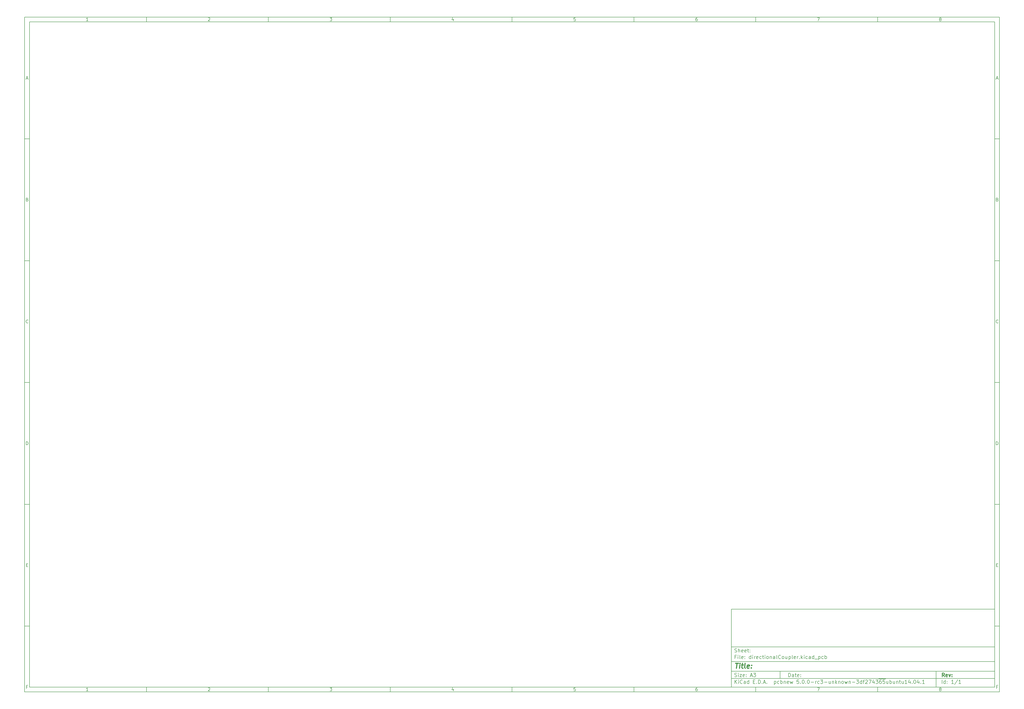
<source format=gbr>
G04 #@! TF.GenerationSoftware,KiCad,Pcbnew,5.0.0-rc3-unknown-3df2743~65~ubuntu14.04.1*
G04 #@! TF.CreationDate,2018-07-06T17:22:35-07:00*
G04 #@! TF.ProjectId,directionalCoupler,646972656374696F6E616C436F75706C,rev?*
G04 #@! TF.SameCoordinates,Original*
G04 #@! TF.FileFunction,Legend,Bot*
G04 #@! TF.FilePolarity,Positive*
%FSLAX46Y46*%
G04 Gerber Fmt 4.6, Leading zero omitted, Abs format (unit mm)*
G04 Created by KiCad (PCBNEW 5.0.0-rc3-unknown-3df2743~65~ubuntu14.04.1) date Fri Jul  6 17:22:35 2018*
%MOMM*%
%LPD*%
G01*
G04 APERTURE LIST*
%ADD10C,0.100000*%
%ADD11C,0.150000*%
%ADD12C,0.300000*%
%ADD13C,0.400000*%
G04 APERTURE END LIST*
D10*
D11*
X299989000Y-253002200D02*
X299989000Y-285002200D01*
X407989000Y-285002200D01*
X407989000Y-253002200D01*
X299989000Y-253002200D01*
D10*
D11*
X10000000Y-10000000D02*
X10000000Y-287002200D01*
X409989000Y-287002200D01*
X409989000Y-10000000D01*
X10000000Y-10000000D01*
D10*
D11*
X12000000Y-12000000D02*
X12000000Y-285002200D01*
X407989000Y-285002200D01*
X407989000Y-12000000D01*
X12000000Y-12000000D01*
D10*
D11*
X60000000Y-12000000D02*
X60000000Y-10000000D01*
D10*
D11*
X110000000Y-12000000D02*
X110000000Y-10000000D01*
D10*
D11*
X160000000Y-12000000D02*
X160000000Y-10000000D01*
D10*
D11*
X210000000Y-12000000D02*
X210000000Y-10000000D01*
D10*
D11*
X260000000Y-12000000D02*
X260000000Y-10000000D01*
D10*
D11*
X310000000Y-12000000D02*
X310000000Y-10000000D01*
D10*
D11*
X360000000Y-12000000D02*
X360000000Y-10000000D01*
D10*
D11*
X36065476Y-11588095D02*
X35322619Y-11588095D01*
X35694047Y-11588095D02*
X35694047Y-10288095D01*
X35570238Y-10473809D01*
X35446428Y-10597619D01*
X35322619Y-10659523D01*
D10*
D11*
X85322619Y-10411904D02*
X85384523Y-10350000D01*
X85508333Y-10288095D01*
X85817857Y-10288095D01*
X85941666Y-10350000D01*
X86003571Y-10411904D01*
X86065476Y-10535714D01*
X86065476Y-10659523D01*
X86003571Y-10845238D01*
X85260714Y-11588095D01*
X86065476Y-11588095D01*
D10*
D11*
X135260714Y-10288095D02*
X136065476Y-10288095D01*
X135632142Y-10783333D01*
X135817857Y-10783333D01*
X135941666Y-10845238D01*
X136003571Y-10907142D01*
X136065476Y-11030952D01*
X136065476Y-11340476D01*
X136003571Y-11464285D01*
X135941666Y-11526190D01*
X135817857Y-11588095D01*
X135446428Y-11588095D01*
X135322619Y-11526190D01*
X135260714Y-11464285D01*
D10*
D11*
X185941666Y-10721428D02*
X185941666Y-11588095D01*
X185632142Y-10226190D02*
X185322619Y-11154761D01*
X186127380Y-11154761D01*
D10*
D11*
X236003571Y-10288095D02*
X235384523Y-10288095D01*
X235322619Y-10907142D01*
X235384523Y-10845238D01*
X235508333Y-10783333D01*
X235817857Y-10783333D01*
X235941666Y-10845238D01*
X236003571Y-10907142D01*
X236065476Y-11030952D01*
X236065476Y-11340476D01*
X236003571Y-11464285D01*
X235941666Y-11526190D01*
X235817857Y-11588095D01*
X235508333Y-11588095D01*
X235384523Y-11526190D01*
X235322619Y-11464285D01*
D10*
D11*
X285941666Y-10288095D02*
X285694047Y-10288095D01*
X285570238Y-10350000D01*
X285508333Y-10411904D01*
X285384523Y-10597619D01*
X285322619Y-10845238D01*
X285322619Y-11340476D01*
X285384523Y-11464285D01*
X285446428Y-11526190D01*
X285570238Y-11588095D01*
X285817857Y-11588095D01*
X285941666Y-11526190D01*
X286003571Y-11464285D01*
X286065476Y-11340476D01*
X286065476Y-11030952D01*
X286003571Y-10907142D01*
X285941666Y-10845238D01*
X285817857Y-10783333D01*
X285570238Y-10783333D01*
X285446428Y-10845238D01*
X285384523Y-10907142D01*
X285322619Y-11030952D01*
D10*
D11*
X335260714Y-10288095D02*
X336127380Y-10288095D01*
X335570238Y-11588095D01*
D10*
D11*
X385570238Y-10845238D02*
X385446428Y-10783333D01*
X385384523Y-10721428D01*
X385322619Y-10597619D01*
X385322619Y-10535714D01*
X385384523Y-10411904D01*
X385446428Y-10350000D01*
X385570238Y-10288095D01*
X385817857Y-10288095D01*
X385941666Y-10350000D01*
X386003571Y-10411904D01*
X386065476Y-10535714D01*
X386065476Y-10597619D01*
X386003571Y-10721428D01*
X385941666Y-10783333D01*
X385817857Y-10845238D01*
X385570238Y-10845238D01*
X385446428Y-10907142D01*
X385384523Y-10969047D01*
X385322619Y-11092857D01*
X385322619Y-11340476D01*
X385384523Y-11464285D01*
X385446428Y-11526190D01*
X385570238Y-11588095D01*
X385817857Y-11588095D01*
X385941666Y-11526190D01*
X386003571Y-11464285D01*
X386065476Y-11340476D01*
X386065476Y-11092857D01*
X386003571Y-10969047D01*
X385941666Y-10907142D01*
X385817857Y-10845238D01*
D10*
D11*
X60000000Y-285002200D02*
X60000000Y-287002200D01*
D10*
D11*
X110000000Y-285002200D02*
X110000000Y-287002200D01*
D10*
D11*
X160000000Y-285002200D02*
X160000000Y-287002200D01*
D10*
D11*
X210000000Y-285002200D02*
X210000000Y-287002200D01*
D10*
D11*
X260000000Y-285002200D02*
X260000000Y-287002200D01*
D10*
D11*
X310000000Y-285002200D02*
X310000000Y-287002200D01*
D10*
D11*
X360000000Y-285002200D02*
X360000000Y-287002200D01*
D10*
D11*
X36065476Y-286590295D02*
X35322619Y-286590295D01*
X35694047Y-286590295D02*
X35694047Y-285290295D01*
X35570238Y-285476009D01*
X35446428Y-285599819D01*
X35322619Y-285661723D01*
D10*
D11*
X85322619Y-285414104D02*
X85384523Y-285352200D01*
X85508333Y-285290295D01*
X85817857Y-285290295D01*
X85941666Y-285352200D01*
X86003571Y-285414104D01*
X86065476Y-285537914D01*
X86065476Y-285661723D01*
X86003571Y-285847438D01*
X85260714Y-286590295D01*
X86065476Y-286590295D01*
D10*
D11*
X135260714Y-285290295D02*
X136065476Y-285290295D01*
X135632142Y-285785533D01*
X135817857Y-285785533D01*
X135941666Y-285847438D01*
X136003571Y-285909342D01*
X136065476Y-286033152D01*
X136065476Y-286342676D01*
X136003571Y-286466485D01*
X135941666Y-286528390D01*
X135817857Y-286590295D01*
X135446428Y-286590295D01*
X135322619Y-286528390D01*
X135260714Y-286466485D01*
D10*
D11*
X185941666Y-285723628D02*
X185941666Y-286590295D01*
X185632142Y-285228390D02*
X185322619Y-286156961D01*
X186127380Y-286156961D01*
D10*
D11*
X236003571Y-285290295D02*
X235384523Y-285290295D01*
X235322619Y-285909342D01*
X235384523Y-285847438D01*
X235508333Y-285785533D01*
X235817857Y-285785533D01*
X235941666Y-285847438D01*
X236003571Y-285909342D01*
X236065476Y-286033152D01*
X236065476Y-286342676D01*
X236003571Y-286466485D01*
X235941666Y-286528390D01*
X235817857Y-286590295D01*
X235508333Y-286590295D01*
X235384523Y-286528390D01*
X235322619Y-286466485D01*
D10*
D11*
X285941666Y-285290295D02*
X285694047Y-285290295D01*
X285570238Y-285352200D01*
X285508333Y-285414104D01*
X285384523Y-285599819D01*
X285322619Y-285847438D01*
X285322619Y-286342676D01*
X285384523Y-286466485D01*
X285446428Y-286528390D01*
X285570238Y-286590295D01*
X285817857Y-286590295D01*
X285941666Y-286528390D01*
X286003571Y-286466485D01*
X286065476Y-286342676D01*
X286065476Y-286033152D01*
X286003571Y-285909342D01*
X285941666Y-285847438D01*
X285817857Y-285785533D01*
X285570238Y-285785533D01*
X285446428Y-285847438D01*
X285384523Y-285909342D01*
X285322619Y-286033152D01*
D10*
D11*
X335260714Y-285290295D02*
X336127380Y-285290295D01*
X335570238Y-286590295D01*
D10*
D11*
X385570238Y-285847438D02*
X385446428Y-285785533D01*
X385384523Y-285723628D01*
X385322619Y-285599819D01*
X385322619Y-285537914D01*
X385384523Y-285414104D01*
X385446428Y-285352200D01*
X385570238Y-285290295D01*
X385817857Y-285290295D01*
X385941666Y-285352200D01*
X386003571Y-285414104D01*
X386065476Y-285537914D01*
X386065476Y-285599819D01*
X386003571Y-285723628D01*
X385941666Y-285785533D01*
X385817857Y-285847438D01*
X385570238Y-285847438D01*
X385446428Y-285909342D01*
X385384523Y-285971247D01*
X385322619Y-286095057D01*
X385322619Y-286342676D01*
X385384523Y-286466485D01*
X385446428Y-286528390D01*
X385570238Y-286590295D01*
X385817857Y-286590295D01*
X385941666Y-286528390D01*
X386003571Y-286466485D01*
X386065476Y-286342676D01*
X386065476Y-286095057D01*
X386003571Y-285971247D01*
X385941666Y-285909342D01*
X385817857Y-285847438D01*
D10*
D11*
X10000000Y-60000000D02*
X12000000Y-60000000D01*
D10*
D11*
X10000000Y-110000000D02*
X12000000Y-110000000D01*
D10*
D11*
X10000000Y-160000000D02*
X12000000Y-160000000D01*
D10*
D11*
X10000000Y-210000000D02*
X12000000Y-210000000D01*
D10*
D11*
X10000000Y-260000000D02*
X12000000Y-260000000D01*
D10*
D11*
X10690476Y-35216666D02*
X11309523Y-35216666D01*
X10566666Y-35588095D02*
X11000000Y-34288095D01*
X11433333Y-35588095D01*
D10*
D11*
X11092857Y-84907142D02*
X11278571Y-84969047D01*
X11340476Y-85030952D01*
X11402380Y-85154761D01*
X11402380Y-85340476D01*
X11340476Y-85464285D01*
X11278571Y-85526190D01*
X11154761Y-85588095D01*
X10659523Y-85588095D01*
X10659523Y-84288095D01*
X11092857Y-84288095D01*
X11216666Y-84350000D01*
X11278571Y-84411904D01*
X11340476Y-84535714D01*
X11340476Y-84659523D01*
X11278571Y-84783333D01*
X11216666Y-84845238D01*
X11092857Y-84907142D01*
X10659523Y-84907142D01*
D10*
D11*
X11402380Y-135464285D02*
X11340476Y-135526190D01*
X11154761Y-135588095D01*
X11030952Y-135588095D01*
X10845238Y-135526190D01*
X10721428Y-135402380D01*
X10659523Y-135278571D01*
X10597619Y-135030952D01*
X10597619Y-134845238D01*
X10659523Y-134597619D01*
X10721428Y-134473809D01*
X10845238Y-134350000D01*
X11030952Y-134288095D01*
X11154761Y-134288095D01*
X11340476Y-134350000D01*
X11402380Y-134411904D01*
D10*
D11*
X10659523Y-185588095D02*
X10659523Y-184288095D01*
X10969047Y-184288095D01*
X11154761Y-184350000D01*
X11278571Y-184473809D01*
X11340476Y-184597619D01*
X11402380Y-184845238D01*
X11402380Y-185030952D01*
X11340476Y-185278571D01*
X11278571Y-185402380D01*
X11154761Y-185526190D01*
X10969047Y-185588095D01*
X10659523Y-185588095D01*
D10*
D11*
X10721428Y-234907142D02*
X11154761Y-234907142D01*
X11340476Y-235588095D02*
X10721428Y-235588095D01*
X10721428Y-234288095D01*
X11340476Y-234288095D01*
D10*
D11*
X11185714Y-284907142D02*
X10752380Y-284907142D01*
X10752380Y-285588095D02*
X10752380Y-284288095D01*
X11371428Y-284288095D01*
D10*
D11*
X409989000Y-60000000D02*
X407989000Y-60000000D01*
D10*
D11*
X409989000Y-110000000D02*
X407989000Y-110000000D01*
D10*
D11*
X409989000Y-160000000D02*
X407989000Y-160000000D01*
D10*
D11*
X409989000Y-210000000D02*
X407989000Y-210000000D01*
D10*
D11*
X409989000Y-260000000D02*
X407989000Y-260000000D01*
D10*
D11*
X408679476Y-35216666D02*
X409298523Y-35216666D01*
X408555666Y-35588095D02*
X408989000Y-34288095D01*
X409422333Y-35588095D01*
D10*
D11*
X409081857Y-84907142D02*
X409267571Y-84969047D01*
X409329476Y-85030952D01*
X409391380Y-85154761D01*
X409391380Y-85340476D01*
X409329476Y-85464285D01*
X409267571Y-85526190D01*
X409143761Y-85588095D01*
X408648523Y-85588095D01*
X408648523Y-84288095D01*
X409081857Y-84288095D01*
X409205666Y-84350000D01*
X409267571Y-84411904D01*
X409329476Y-84535714D01*
X409329476Y-84659523D01*
X409267571Y-84783333D01*
X409205666Y-84845238D01*
X409081857Y-84907142D01*
X408648523Y-84907142D01*
D10*
D11*
X409391380Y-135464285D02*
X409329476Y-135526190D01*
X409143761Y-135588095D01*
X409019952Y-135588095D01*
X408834238Y-135526190D01*
X408710428Y-135402380D01*
X408648523Y-135278571D01*
X408586619Y-135030952D01*
X408586619Y-134845238D01*
X408648523Y-134597619D01*
X408710428Y-134473809D01*
X408834238Y-134350000D01*
X409019952Y-134288095D01*
X409143761Y-134288095D01*
X409329476Y-134350000D01*
X409391380Y-134411904D01*
D10*
D11*
X408648523Y-185588095D02*
X408648523Y-184288095D01*
X408958047Y-184288095D01*
X409143761Y-184350000D01*
X409267571Y-184473809D01*
X409329476Y-184597619D01*
X409391380Y-184845238D01*
X409391380Y-185030952D01*
X409329476Y-185278571D01*
X409267571Y-185402380D01*
X409143761Y-185526190D01*
X408958047Y-185588095D01*
X408648523Y-185588095D01*
D10*
D11*
X408710428Y-234907142D02*
X409143761Y-234907142D01*
X409329476Y-235588095D02*
X408710428Y-235588095D01*
X408710428Y-234288095D01*
X409329476Y-234288095D01*
D10*
D11*
X409174714Y-284907142D02*
X408741380Y-284907142D01*
X408741380Y-285588095D02*
X408741380Y-284288095D01*
X409360428Y-284288095D01*
D10*
D11*
X323421142Y-280780771D02*
X323421142Y-279280771D01*
X323778285Y-279280771D01*
X323992571Y-279352200D01*
X324135428Y-279495057D01*
X324206857Y-279637914D01*
X324278285Y-279923628D01*
X324278285Y-280137914D01*
X324206857Y-280423628D01*
X324135428Y-280566485D01*
X323992571Y-280709342D01*
X323778285Y-280780771D01*
X323421142Y-280780771D01*
X325564000Y-280780771D02*
X325564000Y-279995057D01*
X325492571Y-279852200D01*
X325349714Y-279780771D01*
X325064000Y-279780771D01*
X324921142Y-279852200D01*
X325564000Y-280709342D02*
X325421142Y-280780771D01*
X325064000Y-280780771D01*
X324921142Y-280709342D01*
X324849714Y-280566485D01*
X324849714Y-280423628D01*
X324921142Y-280280771D01*
X325064000Y-280209342D01*
X325421142Y-280209342D01*
X325564000Y-280137914D01*
X326064000Y-279780771D02*
X326635428Y-279780771D01*
X326278285Y-279280771D02*
X326278285Y-280566485D01*
X326349714Y-280709342D01*
X326492571Y-280780771D01*
X326635428Y-280780771D01*
X327706857Y-280709342D02*
X327564000Y-280780771D01*
X327278285Y-280780771D01*
X327135428Y-280709342D01*
X327064000Y-280566485D01*
X327064000Y-279995057D01*
X327135428Y-279852200D01*
X327278285Y-279780771D01*
X327564000Y-279780771D01*
X327706857Y-279852200D01*
X327778285Y-279995057D01*
X327778285Y-280137914D01*
X327064000Y-280280771D01*
X328421142Y-280637914D02*
X328492571Y-280709342D01*
X328421142Y-280780771D01*
X328349714Y-280709342D01*
X328421142Y-280637914D01*
X328421142Y-280780771D01*
X328421142Y-279852200D02*
X328492571Y-279923628D01*
X328421142Y-279995057D01*
X328349714Y-279923628D01*
X328421142Y-279852200D01*
X328421142Y-279995057D01*
D10*
D11*
X299989000Y-281502200D02*
X407989000Y-281502200D01*
D10*
D11*
X301421142Y-283580771D02*
X301421142Y-282080771D01*
X302278285Y-283580771D02*
X301635428Y-282723628D01*
X302278285Y-282080771D02*
X301421142Y-282937914D01*
X302921142Y-283580771D02*
X302921142Y-282580771D01*
X302921142Y-282080771D02*
X302849714Y-282152200D01*
X302921142Y-282223628D01*
X302992571Y-282152200D01*
X302921142Y-282080771D01*
X302921142Y-282223628D01*
X304492571Y-283437914D02*
X304421142Y-283509342D01*
X304206857Y-283580771D01*
X304064000Y-283580771D01*
X303849714Y-283509342D01*
X303706857Y-283366485D01*
X303635428Y-283223628D01*
X303564000Y-282937914D01*
X303564000Y-282723628D01*
X303635428Y-282437914D01*
X303706857Y-282295057D01*
X303849714Y-282152200D01*
X304064000Y-282080771D01*
X304206857Y-282080771D01*
X304421142Y-282152200D01*
X304492571Y-282223628D01*
X305778285Y-283580771D02*
X305778285Y-282795057D01*
X305706857Y-282652200D01*
X305564000Y-282580771D01*
X305278285Y-282580771D01*
X305135428Y-282652200D01*
X305778285Y-283509342D02*
X305635428Y-283580771D01*
X305278285Y-283580771D01*
X305135428Y-283509342D01*
X305064000Y-283366485D01*
X305064000Y-283223628D01*
X305135428Y-283080771D01*
X305278285Y-283009342D01*
X305635428Y-283009342D01*
X305778285Y-282937914D01*
X307135428Y-283580771D02*
X307135428Y-282080771D01*
X307135428Y-283509342D02*
X306992571Y-283580771D01*
X306706857Y-283580771D01*
X306564000Y-283509342D01*
X306492571Y-283437914D01*
X306421142Y-283295057D01*
X306421142Y-282866485D01*
X306492571Y-282723628D01*
X306564000Y-282652200D01*
X306706857Y-282580771D01*
X306992571Y-282580771D01*
X307135428Y-282652200D01*
X308992571Y-282795057D02*
X309492571Y-282795057D01*
X309706857Y-283580771D02*
X308992571Y-283580771D01*
X308992571Y-282080771D01*
X309706857Y-282080771D01*
X310349714Y-283437914D02*
X310421142Y-283509342D01*
X310349714Y-283580771D01*
X310278285Y-283509342D01*
X310349714Y-283437914D01*
X310349714Y-283580771D01*
X311064000Y-283580771D02*
X311064000Y-282080771D01*
X311421142Y-282080771D01*
X311635428Y-282152200D01*
X311778285Y-282295057D01*
X311849714Y-282437914D01*
X311921142Y-282723628D01*
X311921142Y-282937914D01*
X311849714Y-283223628D01*
X311778285Y-283366485D01*
X311635428Y-283509342D01*
X311421142Y-283580771D01*
X311064000Y-283580771D01*
X312564000Y-283437914D02*
X312635428Y-283509342D01*
X312564000Y-283580771D01*
X312492571Y-283509342D01*
X312564000Y-283437914D01*
X312564000Y-283580771D01*
X313206857Y-283152200D02*
X313921142Y-283152200D01*
X313064000Y-283580771D02*
X313564000Y-282080771D01*
X314064000Y-283580771D01*
X314564000Y-283437914D02*
X314635428Y-283509342D01*
X314564000Y-283580771D01*
X314492571Y-283509342D01*
X314564000Y-283437914D01*
X314564000Y-283580771D01*
X317564000Y-282580771D02*
X317564000Y-284080771D01*
X317564000Y-282652200D02*
X317706857Y-282580771D01*
X317992571Y-282580771D01*
X318135428Y-282652200D01*
X318206857Y-282723628D01*
X318278285Y-282866485D01*
X318278285Y-283295057D01*
X318206857Y-283437914D01*
X318135428Y-283509342D01*
X317992571Y-283580771D01*
X317706857Y-283580771D01*
X317564000Y-283509342D01*
X319564000Y-283509342D02*
X319421142Y-283580771D01*
X319135428Y-283580771D01*
X318992571Y-283509342D01*
X318921142Y-283437914D01*
X318849714Y-283295057D01*
X318849714Y-282866485D01*
X318921142Y-282723628D01*
X318992571Y-282652200D01*
X319135428Y-282580771D01*
X319421142Y-282580771D01*
X319564000Y-282652200D01*
X320206857Y-283580771D02*
X320206857Y-282080771D01*
X320206857Y-282652200D02*
X320349714Y-282580771D01*
X320635428Y-282580771D01*
X320778285Y-282652200D01*
X320849714Y-282723628D01*
X320921142Y-282866485D01*
X320921142Y-283295057D01*
X320849714Y-283437914D01*
X320778285Y-283509342D01*
X320635428Y-283580771D01*
X320349714Y-283580771D01*
X320206857Y-283509342D01*
X321564000Y-282580771D02*
X321564000Y-283580771D01*
X321564000Y-282723628D02*
X321635428Y-282652200D01*
X321778285Y-282580771D01*
X321992571Y-282580771D01*
X322135428Y-282652200D01*
X322206857Y-282795057D01*
X322206857Y-283580771D01*
X323492571Y-283509342D02*
X323349714Y-283580771D01*
X323064000Y-283580771D01*
X322921142Y-283509342D01*
X322849714Y-283366485D01*
X322849714Y-282795057D01*
X322921142Y-282652200D01*
X323064000Y-282580771D01*
X323349714Y-282580771D01*
X323492571Y-282652200D01*
X323564000Y-282795057D01*
X323564000Y-282937914D01*
X322849714Y-283080771D01*
X324064000Y-282580771D02*
X324349714Y-283580771D01*
X324635428Y-282866485D01*
X324921142Y-283580771D01*
X325206857Y-282580771D01*
X327635428Y-282080771D02*
X326921142Y-282080771D01*
X326849714Y-282795057D01*
X326921142Y-282723628D01*
X327064000Y-282652200D01*
X327421142Y-282652200D01*
X327564000Y-282723628D01*
X327635428Y-282795057D01*
X327706857Y-282937914D01*
X327706857Y-283295057D01*
X327635428Y-283437914D01*
X327564000Y-283509342D01*
X327421142Y-283580771D01*
X327064000Y-283580771D01*
X326921142Y-283509342D01*
X326849714Y-283437914D01*
X328349714Y-283437914D02*
X328421142Y-283509342D01*
X328349714Y-283580771D01*
X328278285Y-283509342D01*
X328349714Y-283437914D01*
X328349714Y-283580771D01*
X329349714Y-282080771D02*
X329492571Y-282080771D01*
X329635428Y-282152200D01*
X329706857Y-282223628D01*
X329778285Y-282366485D01*
X329849714Y-282652200D01*
X329849714Y-283009342D01*
X329778285Y-283295057D01*
X329706857Y-283437914D01*
X329635428Y-283509342D01*
X329492571Y-283580771D01*
X329349714Y-283580771D01*
X329206857Y-283509342D01*
X329135428Y-283437914D01*
X329064000Y-283295057D01*
X328992571Y-283009342D01*
X328992571Y-282652200D01*
X329064000Y-282366485D01*
X329135428Y-282223628D01*
X329206857Y-282152200D01*
X329349714Y-282080771D01*
X330492571Y-283437914D02*
X330564000Y-283509342D01*
X330492571Y-283580771D01*
X330421142Y-283509342D01*
X330492571Y-283437914D01*
X330492571Y-283580771D01*
X331492571Y-282080771D02*
X331635428Y-282080771D01*
X331778285Y-282152200D01*
X331849714Y-282223628D01*
X331921142Y-282366485D01*
X331992571Y-282652200D01*
X331992571Y-283009342D01*
X331921142Y-283295057D01*
X331849714Y-283437914D01*
X331778285Y-283509342D01*
X331635428Y-283580771D01*
X331492571Y-283580771D01*
X331349714Y-283509342D01*
X331278285Y-283437914D01*
X331206857Y-283295057D01*
X331135428Y-283009342D01*
X331135428Y-282652200D01*
X331206857Y-282366485D01*
X331278285Y-282223628D01*
X331349714Y-282152200D01*
X331492571Y-282080771D01*
X332635428Y-283009342D02*
X333778285Y-283009342D01*
X334492571Y-283580771D02*
X334492571Y-282580771D01*
X334492571Y-282866485D02*
X334564000Y-282723628D01*
X334635428Y-282652200D01*
X334778285Y-282580771D01*
X334921142Y-282580771D01*
X336064000Y-283509342D02*
X335921142Y-283580771D01*
X335635428Y-283580771D01*
X335492571Y-283509342D01*
X335421142Y-283437914D01*
X335349714Y-283295057D01*
X335349714Y-282866485D01*
X335421142Y-282723628D01*
X335492571Y-282652200D01*
X335635428Y-282580771D01*
X335921142Y-282580771D01*
X336064000Y-282652200D01*
X336564000Y-282080771D02*
X337492571Y-282080771D01*
X336992571Y-282652200D01*
X337206857Y-282652200D01*
X337349714Y-282723628D01*
X337421142Y-282795057D01*
X337492571Y-282937914D01*
X337492571Y-283295057D01*
X337421142Y-283437914D01*
X337349714Y-283509342D01*
X337206857Y-283580771D01*
X336778285Y-283580771D01*
X336635428Y-283509342D01*
X336564000Y-283437914D01*
X338135428Y-283009342D02*
X339278285Y-283009342D01*
X340635428Y-282580771D02*
X340635428Y-283580771D01*
X339992571Y-282580771D02*
X339992571Y-283366485D01*
X340064000Y-283509342D01*
X340206857Y-283580771D01*
X340421142Y-283580771D01*
X340564000Y-283509342D01*
X340635428Y-283437914D01*
X341349714Y-282580771D02*
X341349714Y-283580771D01*
X341349714Y-282723628D02*
X341421142Y-282652200D01*
X341564000Y-282580771D01*
X341778285Y-282580771D01*
X341921142Y-282652200D01*
X341992571Y-282795057D01*
X341992571Y-283580771D01*
X342706857Y-283580771D02*
X342706857Y-282080771D01*
X342849714Y-283009342D02*
X343278285Y-283580771D01*
X343278285Y-282580771D02*
X342706857Y-283152200D01*
X343921142Y-282580771D02*
X343921142Y-283580771D01*
X343921142Y-282723628D02*
X343992571Y-282652200D01*
X344135428Y-282580771D01*
X344349714Y-282580771D01*
X344492571Y-282652200D01*
X344564000Y-282795057D01*
X344564000Y-283580771D01*
X345492571Y-283580771D02*
X345349714Y-283509342D01*
X345278285Y-283437914D01*
X345206857Y-283295057D01*
X345206857Y-282866485D01*
X345278285Y-282723628D01*
X345349714Y-282652200D01*
X345492571Y-282580771D01*
X345706857Y-282580771D01*
X345849714Y-282652200D01*
X345921142Y-282723628D01*
X345992571Y-282866485D01*
X345992571Y-283295057D01*
X345921142Y-283437914D01*
X345849714Y-283509342D01*
X345706857Y-283580771D01*
X345492571Y-283580771D01*
X346492571Y-282580771D02*
X346778285Y-283580771D01*
X347064000Y-282866485D01*
X347349714Y-283580771D01*
X347635428Y-282580771D01*
X348206857Y-282580771D02*
X348206857Y-283580771D01*
X348206857Y-282723628D02*
X348278285Y-282652200D01*
X348421142Y-282580771D01*
X348635428Y-282580771D01*
X348778285Y-282652200D01*
X348849714Y-282795057D01*
X348849714Y-283580771D01*
X349564000Y-283009342D02*
X350706857Y-283009342D01*
X351278285Y-282080771D02*
X352206857Y-282080771D01*
X351706857Y-282652200D01*
X351921142Y-282652200D01*
X352064000Y-282723628D01*
X352135428Y-282795057D01*
X352206857Y-282937914D01*
X352206857Y-283295057D01*
X352135428Y-283437914D01*
X352064000Y-283509342D01*
X351921142Y-283580771D01*
X351492571Y-283580771D01*
X351349714Y-283509342D01*
X351278285Y-283437914D01*
X353492571Y-283580771D02*
X353492571Y-282080771D01*
X353492571Y-283509342D02*
X353349714Y-283580771D01*
X353064000Y-283580771D01*
X352921142Y-283509342D01*
X352849714Y-283437914D01*
X352778285Y-283295057D01*
X352778285Y-282866485D01*
X352849714Y-282723628D01*
X352921142Y-282652200D01*
X353064000Y-282580771D01*
X353349714Y-282580771D01*
X353492571Y-282652200D01*
X353992571Y-282580771D02*
X354564000Y-282580771D01*
X354206857Y-283580771D02*
X354206857Y-282295057D01*
X354278285Y-282152200D01*
X354421142Y-282080771D01*
X354564000Y-282080771D01*
X354992571Y-282223628D02*
X355064000Y-282152200D01*
X355206857Y-282080771D01*
X355564000Y-282080771D01*
X355706857Y-282152200D01*
X355778285Y-282223628D01*
X355849714Y-282366485D01*
X355849714Y-282509342D01*
X355778285Y-282723628D01*
X354921142Y-283580771D01*
X355849714Y-283580771D01*
X356349714Y-282080771D02*
X357349714Y-282080771D01*
X356706857Y-283580771D01*
X358564000Y-282580771D02*
X358564000Y-283580771D01*
X358206857Y-282009342D02*
X357849714Y-283080771D01*
X358778285Y-283080771D01*
X359206857Y-282080771D02*
X360135428Y-282080771D01*
X359635428Y-282652200D01*
X359849714Y-282652200D01*
X359992571Y-282723628D01*
X360064000Y-282795057D01*
X360135428Y-282937914D01*
X360135428Y-283295057D01*
X360064000Y-283437914D01*
X359992571Y-283509342D01*
X359849714Y-283580771D01*
X359421142Y-283580771D01*
X359278285Y-283509342D01*
X359206857Y-283437914D01*
X360421142Y-281672200D02*
X361849714Y-281672200D01*
X361421142Y-282080771D02*
X361135428Y-282080771D01*
X360992571Y-282152200D01*
X360921142Y-282223628D01*
X360778285Y-282437914D01*
X360706857Y-282723628D01*
X360706857Y-283295057D01*
X360778285Y-283437914D01*
X360849714Y-283509342D01*
X360992571Y-283580771D01*
X361278285Y-283580771D01*
X361421142Y-283509342D01*
X361492571Y-283437914D01*
X361564000Y-283295057D01*
X361564000Y-282937914D01*
X361492571Y-282795057D01*
X361421142Y-282723628D01*
X361278285Y-282652200D01*
X360992571Y-282652200D01*
X360849714Y-282723628D01*
X360778285Y-282795057D01*
X360706857Y-282937914D01*
X361849714Y-281672200D02*
X363278285Y-281672200D01*
X362921142Y-282080771D02*
X362206857Y-282080771D01*
X362135428Y-282795057D01*
X362206857Y-282723628D01*
X362349714Y-282652200D01*
X362706857Y-282652200D01*
X362849714Y-282723628D01*
X362921142Y-282795057D01*
X362992571Y-282937914D01*
X362992571Y-283295057D01*
X362921142Y-283437914D01*
X362849714Y-283509342D01*
X362706857Y-283580771D01*
X362349714Y-283580771D01*
X362206857Y-283509342D01*
X362135428Y-283437914D01*
X364278285Y-282580771D02*
X364278285Y-283580771D01*
X363635428Y-282580771D02*
X363635428Y-283366485D01*
X363706857Y-283509342D01*
X363849714Y-283580771D01*
X364064000Y-283580771D01*
X364206857Y-283509342D01*
X364278285Y-283437914D01*
X364992571Y-283580771D02*
X364992571Y-282080771D01*
X364992571Y-282652200D02*
X365135428Y-282580771D01*
X365421142Y-282580771D01*
X365564000Y-282652200D01*
X365635428Y-282723628D01*
X365706857Y-282866485D01*
X365706857Y-283295057D01*
X365635428Y-283437914D01*
X365564000Y-283509342D01*
X365421142Y-283580771D01*
X365135428Y-283580771D01*
X364992571Y-283509342D01*
X366992571Y-282580771D02*
X366992571Y-283580771D01*
X366349714Y-282580771D02*
X366349714Y-283366485D01*
X366421142Y-283509342D01*
X366564000Y-283580771D01*
X366778285Y-283580771D01*
X366921142Y-283509342D01*
X366992571Y-283437914D01*
X367706857Y-282580771D02*
X367706857Y-283580771D01*
X367706857Y-282723628D02*
X367778285Y-282652200D01*
X367921142Y-282580771D01*
X368135428Y-282580771D01*
X368278285Y-282652200D01*
X368349714Y-282795057D01*
X368349714Y-283580771D01*
X368849714Y-282580771D02*
X369421142Y-282580771D01*
X369064000Y-282080771D02*
X369064000Y-283366485D01*
X369135428Y-283509342D01*
X369278285Y-283580771D01*
X369421142Y-283580771D01*
X370564000Y-282580771D02*
X370564000Y-283580771D01*
X369921142Y-282580771D02*
X369921142Y-283366485D01*
X369992571Y-283509342D01*
X370135428Y-283580771D01*
X370349714Y-283580771D01*
X370492571Y-283509342D01*
X370564000Y-283437914D01*
X372064000Y-283580771D02*
X371206857Y-283580771D01*
X371635428Y-283580771D02*
X371635428Y-282080771D01*
X371492571Y-282295057D01*
X371349714Y-282437914D01*
X371206857Y-282509342D01*
X373349714Y-282580771D02*
X373349714Y-283580771D01*
X372992571Y-282009342D02*
X372635428Y-283080771D01*
X373564000Y-283080771D01*
X374135428Y-283437914D02*
X374206857Y-283509342D01*
X374135428Y-283580771D01*
X374064000Y-283509342D01*
X374135428Y-283437914D01*
X374135428Y-283580771D01*
X375135428Y-282080771D02*
X375278285Y-282080771D01*
X375421142Y-282152200D01*
X375492571Y-282223628D01*
X375564000Y-282366485D01*
X375635428Y-282652200D01*
X375635428Y-283009342D01*
X375564000Y-283295057D01*
X375492571Y-283437914D01*
X375421142Y-283509342D01*
X375278285Y-283580771D01*
X375135428Y-283580771D01*
X374992571Y-283509342D01*
X374921142Y-283437914D01*
X374849714Y-283295057D01*
X374778285Y-283009342D01*
X374778285Y-282652200D01*
X374849714Y-282366485D01*
X374921142Y-282223628D01*
X374992571Y-282152200D01*
X375135428Y-282080771D01*
X376921142Y-282580771D02*
X376921142Y-283580771D01*
X376564000Y-282009342D02*
X376206857Y-283080771D01*
X377135428Y-283080771D01*
X377706857Y-283437914D02*
X377778285Y-283509342D01*
X377706857Y-283580771D01*
X377635428Y-283509342D01*
X377706857Y-283437914D01*
X377706857Y-283580771D01*
X379206857Y-283580771D02*
X378349714Y-283580771D01*
X378778285Y-283580771D02*
X378778285Y-282080771D01*
X378635428Y-282295057D01*
X378492571Y-282437914D01*
X378349714Y-282509342D01*
D10*
D11*
X299989000Y-278502200D02*
X407989000Y-278502200D01*
D10*
D12*
X387398285Y-280780771D02*
X386898285Y-280066485D01*
X386541142Y-280780771D02*
X386541142Y-279280771D01*
X387112571Y-279280771D01*
X387255428Y-279352200D01*
X387326857Y-279423628D01*
X387398285Y-279566485D01*
X387398285Y-279780771D01*
X387326857Y-279923628D01*
X387255428Y-279995057D01*
X387112571Y-280066485D01*
X386541142Y-280066485D01*
X388612571Y-280709342D02*
X388469714Y-280780771D01*
X388184000Y-280780771D01*
X388041142Y-280709342D01*
X387969714Y-280566485D01*
X387969714Y-279995057D01*
X388041142Y-279852200D01*
X388184000Y-279780771D01*
X388469714Y-279780771D01*
X388612571Y-279852200D01*
X388684000Y-279995057D01*
X388684000Y-280137914D01*
X387969714Y-280280771D01*
X389184000Y-279780771D02*
X389541142Y-280780771D01*
X389898285Y-279780771D01*
X390469714Y-280637914D02*
X390541142Y-280709342D01*
X390469714Y-280780771D01*
X390398285Y-280709342D01*
X390469714Y-280637914D01*
X390469714Y-280780771D01*
X390469714Y-279852200D02*
X390541142Y-279923628D01*
X390469714Y-279995057D01*
X390398285Y-279923628D01*
X390469714Y-279852200D01*
X390469714Y-279995057D01*
D10*
D11*
X301349714Y-280709342D02*
X301564000Y-280780771D01*
X301921142Y-280780771D01*
X302064000Y-280709342D01*
X302135428Y-280637914D01*
X302206857Y-280495057D01*
X302206857Y-280352200D01*
X302135428Y-280209342D01*
X302064000Y-280137914D01*
X301921142Y-280066485D01*
X301635428Y-279995057D01*
X301492571Y-279923628D01*
X301421142Y-279852200D01*
X301349714Y-279709342D01*
X301349714Y-279566485D01*
X301421142Y-279423628D01*
X301492571Y-279352200D01*
X301635428Y-279280771D01*
X301992571Y-279280771D01*
X302206857Y-279352200D01*
X302849714Y-280780771D02*
X302849714Y-279780771D01*
X302849714Y-279280771D02*
X302778285Y-279352200D01*
X302849714Y-279423628D01*
X302921142Y-279352200D01*
X302849714Y-279280771D01*
X302849714Y-279423628D01*
X303421142Y-279780771D02*
X304206857Y-279780771D01*
X303421142Y-280780771D01*
X304206857Y-280780771D01*
X305349714Y-280709342D02*
X305206857Y-280780771D01*
X304921142Y-280780771D01*
X304778285Y-280709342D01*
X304706857Y-280566485D01*
X304706857Y-279995057D01*
X304778285Y-279852200D01*
X304921142Y-279780771D01*
X305206857Y-279780771D01*
X305349714Y-279852200D01*
X305421142Y-279995057D01*
X305421142Y-280137914D01*
X304706857Y-280280771D01*
X306064000Y-280637914D02*
X306135428Y-280709342D01*
X306064000Y-280780771D01*
X305992571Y-280709342D01*
X306064000Y-280637914D01*
X306064000Y-280780771D01*
X306064000Y-279852200D02*
X306135428Y-279923628D01*
X306064000Y-279995057D01*
X305992571Y-279923628D01*
X306064000Y-279852200D01*
X306064000Y-279995057D01*
X307849714Y-280352200D02*
X308564000Y-280352200D01*
X307706857Y-280780771D02*
X308206857Y-279280771D01*
X308706857Y-280780771D01*
X309064000Y-279280771D02*
X309992571Y-279280771D01*
X309492571Y-279852200D01*
X309706857Y-279852200D01*
X309849714Y-279923628D01*
X309921142Y-279995057D01*
X309992571Y-280137914D01*
X309992571Y-280495057D01*
X309921142Y-280637914D01*
X309849714Y-280709342D01*
X309706857Y-280780771D01*
X309278285Y-280780771D01*
X309135428Y-280709342D01*
X309064000Y-280637914D01*
D10*
D11*
X386421142Y-283580771D02*
X386421142Y-282080771D01*
X387778285Y-283580771D02*
X387778285Y-282080771D01*
X387778285Y-283509342D02*
X387635428Y-283580771D01*
X387349714Y-283580771D01*
X387206857Y-283509342D01*
X387135428Y-283437914D01*
X387064000Y-283295057D01*
X387064000Y-282866485D01*
X387135428Y-282723628D01*
X387206857Y-282652200D01*
X387349714Y-282580771D01*
X387635428Y-282580771D01*
X387778285Y-282652200D01*
X388492571Y-283437914D02*
X388564000Y-283509342D01*
X388492571Y-283580771D01*
X388421142Y-283509342D01*
X388492571Y-283437914D01*
X388492571Y-283580771D01*
X388492571Y-282652200D02*
X388564000Y-282723628D01*
X388492571Y-282795057D01*
X388421142Y-282723628D01*
X388492571Y-282652200D01*
X388492571Y-282795057D01*
X391135428Y-283580771D02*
X390278285Y-283580771D01*
X390706857Y-283580771D02*
X390706857Y-282080771D01*
X390564000Y-282295057D01*
X390421142Y-282437914D01*
X390278285Y-282509342D01*
X392849714Y-282009342D02*
X391564000Y-283937914D01*
X394135428Y-283580771D02*
X393278285Y-283580771D01*
X393706857Y-283580771D02*
X393706857Y-282080771D01*
X393564000Y-282295057D01*
X393421142Y-282437914D01*
X393278285Y-282509342D01*
D10*
D11*
X299989000Y-274502200D02*
X407989000Y-274502200D01*
D10*
D13*
X301701380Y-275206961D02*
X302844238Y-275206961D01*
X302022809Y-277206961D02*
X302272809Y-275206961D01*
X303260904Y-277206961D02*
X303427571Y-275873628D01*
X303510904Y-275206961D02*
X303403761Y-275302200D01*
X303487095Y-275397438D01*
X303594238Y-275302200D01*
X303510904Y-275206961D01*
X303487095Y-275397438D01*
X304094238Y-275873628D02*
X304856142Y-275873628D01*
X304463285Y-275206961D02*
X304249000Y-276921247D01*
X304320428Y-277111723D01*
X304499000Y-277206961D01*
X304689476Y-277206961D01*
X305641857Y-277206961D02*
X305463285Y-277111723D01*
X305391857Y-276921247D01*
X305606142Y-275206961D01*
X307177571Y-277111723D02*
X306975190Y-277206961D01*
X306594238Y-277206961D01*
X306415666Y-277111723D01*
X306344238Y-276921247D01*
X306439476Y-276159342D01*
X306558523Y-275968866D01*
X306760904Y-275873628D01*
X307141857Y-275873628D01*
X307320428Y-275968866D01*
X307391857Y-276159342D01*
X307368047Y-276349819D01*
X306391857Y-276540295D01*
X308141857Y-277016485D02*
X308225190Y-277111723D01*
X308118047Y-277206961D01*
X308034714Y-277111723D01*
X308141857Y-277016485D01*
X308118047Y-277206961D01*
X308272809Y-275968866D02*
X308356142Y-276064104D01*
X308249000Y-276159342D01*
X308165666Y-276064104D01*
X308272809Y-275968866D01*
X308249000Y-276159342D01*
D10*
D11*
X301921142Y-272595057D02*
X301421142Y-272595057D01*
X301421142Y-273380771D02*
X301421142Y-271880771D01*
X302135428Y-271880771D01*
X302706857Y-273380771D02*
X302706857Y-272380771D01*
X302706857Y-271880771D02*
X302635428Y-271952200D01*
X302706857Y-272023628D01*
X302778285Y-271952200D01*
X302706857Y-271880771D01*
X302706857Y-272023628D01*
X303635428Y-273380771D02*
X303492571Y-273309342D01*
X303421142Y-273166485D01*
X303421142Y-271880771D01*
X304778285Y-273309342D02*
X304635428Y-273380771D01*
X304349714Y-273380771D01*
X304206857Y-273309342D01*
X304135428Y-273166485D01*
X304135428Y-272595057D01*
X304206857Y-272452200D01*
X304349714Y-272380771D01*
X304635428Y-272380771D01*
X304778285Y-272452200D01*
X304849714Y-272595057D01*
X304849714Y-272737914D01*
X304135428Y-272880771D01*
X305492571Y-273237914D02*
X305564000Y-273309342D01*
X305492571Y-273380771D01*
X305421142Y-273309342D01*
X305492571Y-273237914D01*
X305492571Y-273380771D01*
X305492571Y-272452200D02*
X305564000Y-272523628D01*
X305492571Y-272595057D01*
X305421142Y-272523628D01*
X305492571Y-272452200D01*
X305492571Y-272595057D01*
X307992571Y-273380771D02*
X307992571Y-271880771D01*
X307992571Y-273309342D02*
X307849714Y-273380771D01*
X307564000Y-273380771D01*
X307421142Y-273309342D01*
X307349714Y-273237914D01*
X307278285Y-273095057D01*
X307278285Y-272666485D01*
X307349714Y-272523628D01*
X307421142Y-272452200D01*
X307564000Y-272380771D01*
X307849714Y-272380771D01*
X307992571Y-272452200D01*
X308706857Y-273380771D02*
X308706857Y-272380771D01*
X308706857Y-271880771D02*
X308635428Y-271952200D01*
X308706857Y-272023628D01*
X308778285Y-271952200D01*
X308706857Y-271880771D01*
X308706857Y-272023628D01*
X309421142Y-273380771D02*
X309421142Y-272380771D01*
X309421142Y-272666485D02*
X309492571Y-272523628D01*
X309564000Y-272452200D01*
X309706857Y-272380771D01*
X309849714Y-272380771D01*
X310921142Y-273309342D02*
X310778285Y-273380771D01*
X310492571Y-273380771D01*
X310349714Y-273309342D01*
X310278285Y-273166485D01*
X310278285Y-272595057D01*
X310349714Y-272452200D01*
X310492571Y-272380771D01*
X310778285Y-272380771D01*
X310921142Y-272452200D01*
X310992571Y-272595057D01*
X310992571Y-272737914D01*
X310278285Y-272880771D01*
X312278285Y-273309342D02*
X312135428Y-273380771D01*
X311849714Y-273380771D01*
X311706857Y-273309342D01*
X311635428Y-273237914D01*
X311564000Y-273095057D01*
X311564000Y-272666485D01*
X311635428Y-272523628D01*
X311706857Y-272452200D01*
X311849714Y-272380771D01*
X312135428Y-272380771D01*
X312278285Y-272452200D01*
X312706857Y-272380771D02*
X313278285Y-272380771D01*
X312921142Y-271880771D02*
X312921142Y-273166485D01*
X312992571Y-273309342D01*
X313135428Y-273380771D01*
X313278285Y-273380771D01*
X313778285Y-273380771D02*
X313778285Y-272380771D01*
X313778285Y-271880771D02*
X313706857Y-271952200D01*
X313778285Y-272023628D01*
X313849714Y-271952200D01*
X313778285Y-271880771D01*
X313778285Y-272023628D01*
X314706857Y-273380771D02*
X314564000Y-273309342D01*
X314492571Y-273237914D01*
X314421142Y-273095057D01*
X314421142Y-272666485D01*
X314492571Y-272523628D01*
X314564000Y-272452200D01*
X314706857Y-272380771D01*
X314921142Y-272380771D01*
X315064000Y-272452200D01*
X315135428Y-272523628D01*
X315206857Y-272666485D01*
X315206857Y-273095057D01*
X315135428Y-273237914D01*
X315064000Y-273309342D01*
X314921142Y-273380771D01*
X314706857Y-273380771D01*
X315849714Y-272380771D02*
X315849714Y-273380771D01*
X315849714Y-272523628D02*
X315921142Y-272452200D01*
X316064000Y-272380771D01*
X316278285Y-272380771D01*
X316421142Y-272452200D01*
X316492571Y-272595057D01*
X316492571Y-273380771D01*
X317849714Y-273380771D02*
X317849714Y-272595057D01*
X317778285Y-272452200D01*
X317635428Y-272380771D01*
X317349714Y-272380771D01*
X317206857Y-272452200D01*
X317849714Y-273309342D02*
X317706857Y-273380771D01*
X317349714Y-273380771D01*
X317206857Y-273309342D01*
X317135428Y-273166485D01*
X317135428Y-273023628D01*
X317206857Y-272880771D01*
X317349714Y-272809342D01*
X317706857Y-272809342D01*
X317849714Y-272737914D01*
X318778285Y-273380771D02*
X318635428Y-273309342D01*
X318564000Y-273166485D01*
X318564000Y-271880771D01*
X320206857Y-273237914D02*
X320135428Y-273309342D01*
X319921142Y-273380771D01*
X319778285Y-273380771D01*
X319564000Y-273309342D01*
X319421142Y-273166485D01*
X319349714Y-273023628D01*
X319278285Y-272737914D01*
X319278285Y-272523628D01*
X319349714Y-272237914D01*
X319421142Y-272095057D01*
X319564000Y-271952200D01*
X319778285Y-271880771D01*
X319921142Y-271880771D01*
X320135428Y-271952200D01*
X320206857Y-272023628D01*
X321064000Y-273380771D02*
X320921142Y-273309342D01*
X320849714Y-273237914D01*
X320778285Y-273095057D01*
X320778285Y-272666485D01*
X320849714Y-272523628D01*
X320921142Y-272452200D01*
X321064000Y-272380771D01*
X321278285Y-272380771D01*
X321421142Y-272452200D01*
X321492571Y-272523628D01*
X321564000Y-272666485D01*
X321564000Y-273095057D01*
X321492571Y-273237914D01*
X321421142Y-273309342D01*
X321278285Y-273380771D01*
X321064000Y-273380771D01*
X322849714Y-272380771D02*
X322849714Y-273380771D01*
X322206857Y-272380771D02*
X322206857Y-273166485D01*
X322278285Y-273309342D01*
X322421142Y-273380771D01*
X322635428Y-273380771D01*
X322778285Y-273309342D01*
X322849714Y-273237914D01*
X323564000Y-272380771D02*
X323564000Y-273880771D01*
X323564000Y-272452200D02*
X323706857Y-272380771D01*
X323992571Y-272380771D01*
X324135428Y-272452200D01*
X324206857Y-272523628D01*
X324278285Y-272666485D01*
X324278285Y-273095057D01*
X324206857Y-273237914D01*
X324135428Y-273309342D01*
X323992571Y-273380771D01*
X323706857Y-273380771D01*
X323564000Y-273309342D01*
X325135428Y-273380771D02*
X324992571Y-273309342D01*
X324921142Y-273166485D01*
X324921142Y-271880771D01*
X326278285Y-273309342D02*
X326135428Y-273380771D01*
X325849714Y-273380771D01*
X325706857Y-273309342D01*
X325635428Y-273166485D01*
X325635428Y-272595057D01*
X325706857Y-272452200D01*
X325849714Y-272380771D01*
X326135428Y-272380771D01*
X326278285Y-272452200D01*
X326349714Y-272595057D01*
X326349714Y-272737914D01*
X325635428Y-272880771D01*
X326992571Y-273380771D02*
X326992571Y-272380771D01*
X326992571Y-272666485D02*
X327064000Y-272523628D01*
X327135428Y-272452200D01*
X327278285Y-272380771D01*
X327421142Y-272380771D01*
X327921142Y-273237914D02*
X327992571Y-273309342D01*
X327921142Y-273380771D01*
X327849714Y-273309342D01*
X327921142Y-273237914D01*
X327921142Y-273380771D01*
X328635428Y-273380771D02*
X328635428Y-271880771D01*
X328778285Y-272809342D02*
X329206857Y-273380771D01*
X329206857Y-272380771D02*
X328635428Y-272952200D01*
X329849714Y-273380771D02*
X329849714Y-272380771D01*
X329849714Y-271880771D02*
X329778285Y-271952200D01*
X329849714Y-272023628D01*
X329921142Y-271952200D01*
X329849714Y-271880771D01*
X329849714Y-272023628D01*
X331206857Y-273309342D02*
X331064000Y-273380771D01*
X330778285Y-273380771D01*
X330635428Y-273309342D01*
X330564000Y-273237914D01*
X330492571Y-273095057D01*
X330492571Y-272666485D01*
X330564000Y-272523628D01*
X330635428Y-272452200D01*
X330778285Y-272380771D01*
X331064000Y-272380771D01*
X331206857Y-272452200D01*
X332492571Y-273380771D02*
X332492571Y-272595057D01*
X332421142Y-272452200D01*
X332278285Y-272380771D01*
X331992571Y-272380771D01*
X331849714Y-272452200D01*
X332492571Y-273309342D02*
X332349714Y-273380771D01*
X331992571Y-273380771D01*
X331849714Y-273309342D01*
X331778285Y-273166485D01*
X331778285Y-273023628D01*
X331849714Y-272880771D01*
X331992571Y-272809342D01*
X332349714Y-272809342D01*
X332492571Y-272737914D01*
X333849714Y-273380771D02*
X333849714Y-271880771D01*
X333849714Y-273309342D02*
X333706857Y-273380771D01*
X333421142Y-273380771D01*
X333278285Y-273309342D01*
X333206857Y-273237914D01*
X333135428Y-273095057D01*
X333135428Y-272666485D01*
X333206857Y-272523628D01*
X333278285Y-272452200D01*
X333421142Y-272380771D01*
X333706857Y-272380771D01*
X333849714Y-272452200D01*
X334206857Y-273523628D02*
X335349714Y-273523628D01*
X335706857Y-272380771D02*
X335706857Y-273880771D01*
X335706857Y-272452200D02*
X335849714Y-272380771D01*
X336135428Y-272380771D01*
X336278285Y-272452200D01*
X336349714Y-272523628D01*
X336421142Y-272666485D01*
X336421142Y-273095057D01*
X336349714Y-273237914D01*
X336278285Y-273309342D01*
X336135428Y-273380771D01*
X335849714Y-273380771D01*
X335706857Y-273309342D01*
X337706857Y-273309342D02*
X337564000Y-273380771D01*
X337278285Y-273380771D01*
X337135428Y-273309342D01*
X337064000Y-273237914D01*
X336992571Y-273095057D01*
X336992571Y-272666485D01*
X337064000Y-272523628D01*
X337135428Y-272452200D01*
X337278285Y-272380771D01*
X337564000Y-272380771D01*
X337706857Y-272452200D01*
X338349714Y-273380771D02*
X338349714Y-271880771D01*
X338349714Y-272452200D02*
X338492571Y-272380771D01*
X338778285Y-272380771D01*
X338921142Y-272452200D01*
X338992571Y-272523628D01*
X339064000Y-272666485D01*
X339064000Y-273095057D01*
X338992571Y-273237914D01*
X338921142Y-273309342D01*
X338778285Y-273380771D01*
X338492571Y-273380771D01*
X338349714Y-273309342D01*
D10*
D11*
X299989000Y-268502200D02*
X407989000Y-268502200D01*
D10*
D11*
X301349714Y-270609342D02*
X301564000Y-270680771D01*
X301921142Y-270680771D01*
X302064000Y-270609342D01*
X302135428Y-270537914D01*
X302206857Y-270395057D01*
X302206857Y-270252200D01*
X302135428Y-270109342D01*
X302064000Y-270037914D01*
X301921142Y-269966485D01*
X301635428Y-269895057D01*
X301492571Y-269823628D01*
X301421142Y-269752200D01*
X301349714Y-269609342D01*
X301349714Y-269466485D01*
X301421142Y-269323628D01*
X301492571Y-269252200D01*
X301635428Y-269180771D01*
X301992571Y-269180771D01*
X302206857Y-269252200D01*
X302849714Y-270680771D02*
X302849714Y-269180771D01*
X303492571Y-270680771D02*
X303492571Y-269895057D01*
X303421142Y-269752200D01*
X303278285Y-269680771D01*
X303064000Y-269680771D01*
X302921142Y-269752200D01*
X302849714Y-269823628D01*
X304778285Y-270609342D02*
X304635428Y-270680771D01*
X304349714Y-270680771D01*
X304206857Y-270609342D01*
X304135428Y-270466485D01*
X304135428Y-269895057D01*
X304206857Y-269752200D01*
X304349714Y-269680771D01*
X304635428Y-269680771D01*
X304778285Y-269752200D01*
X304849714Y-269895057D01*
X304849714Y-270037914D01*
X304135428Y-270180771D01*
X306064000Y-270609342D02*
X305921142Y-270680771D01*
X305635428Y-270680771D01*
X305492571Y-270609342D01*
X305421142Y-270466485D01*
X305421142Y-269895057D01*
X305492571Y-269752200D01*
X305635428Y-269680771D01*
X305921142Y-269680771D01*
X306064000Y-269752200D01*
X306135428Y-269895057D01*
X306135428Y-270037914D01*
X305421142Y-270180771D01*
X306564000Y-269680771D02*
X307135428Y-269680771D01*
X306778285Y-269180771D02*
X306778285Y-270466485D01*
X306849714Y-270609342D01*
X306992571Y-270680771D01*
X307135428Y-270680771D01*
X307635428Y-270537914D02*
X307706857Y-270609342D01*
X307635428Y-270680771D01*
X307564000Y-270609342D01*
X307635428Y-270537914D01*
X307635428Y-270680771D01*
X307635428Y-269752200D02*
X307706857Y-269823628D01*
X307635428Y-269895057D01*
X307564000Y-269823628D01*
X307635428Y-269752200D01*
X307635428Y-269895057D01*
D10*
D11*
X319989000Y-278502200D02*
X319989000Y-281502200D01*
D10*
D11*
X383989000Y-278502200D02*
X383989000Y-285002200D01*
M02*

</source>
